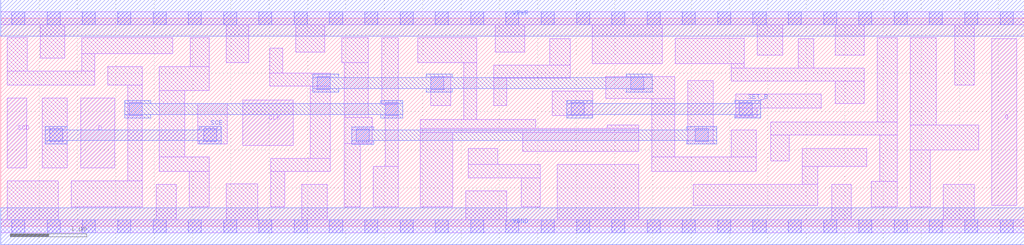
<source format=lef>
# Copyright 2020 The SkyWater PDK Authors
#
# Licensed under the Apache License, Version 2.0 (the "License");
# you may not use this file except in compliance with the License.
# You may obtain a copy of the License at
#
#     https://www.apache.org/licenses/LICENSE-2.0
#
# Unless required by applicable law or agreed to in writing, software
# distributed under the License is distributed on an "AS IS" BASIS,
# WITHOUT WARRANTIES OR CONDITIONS OF ANY KIND, either express or implied.
# See the License for the specific language governing permissions and
# limitations under the License.
#
# SPDX-License-Identifier: Apache-2.0

VERSION 5.7 ;
BUSBITCHARS "[]" ;
DIVIDERCHAR "/" ;
PROPERTYDEFINITIONS
  MACRO maskLayoutSubType STRING ;
  MACRO prCellType STRING ;
  MACRO originalViewName STRING ;
END PROPERTYDEFINITIONS
MACRO sky130_fd_sc_hdll__sdfstp_1
  ORIGIN  0.000000  0.000000 ;
  CLASS CORE ;
  SYMMETRY X Y R90 ;
  SIZE  13.34000 BY  2.720000 ;
  SITE unithd ;
  PIN CLK
    ANTENNAGATEAREA  0.178200 ;
    DIRECTION INPUT ;
    USE SIGNAL ;
    PORT
      LAYER li1 ;
        RECT 3.155000 1.055000 3.815000 1.650000 ;
    END
  END CLK
  PIN D
    ANTENNAGATEAREA  0.178200 ;
    DIRECTION INPUT ;
    USE SIGNAL ;
    PORT
      LAYER li1 ;
        RECT 1.040000 0.765000 1.485000 1.675000 ;
    END
  END D
  PIN Q
    ANTENNADIFFAREA  0.439000 ;
    DIRECTION OUTPUT ;
    USE SIGNAL ;
    PORT
      LAYER li1 ;
        RECT 12.915000 0.275000 13.240000 2.450000 ;
    END
  END Q
  PIN SCD
    ANTENNAGATEAREA  0.178200 ;
    DIRECTION INPUT ;
    USE SIGNAL ;
    PORT
      LAYER li1 ;
        RECT 0.085000 0.765000 0.340000 1.675000 ;
    END
  END SCD
  PIN SCE
    ANTENNAGATEAREA  0.467400 ;
    DIRECTION INPUT ;
    USE SIGNAL ;
    PORT
      LAYER met1 ;
        RECT 0.580000 1.075000 0.870000 1.120000 ;
        RECT 0.580000 1.120000 2.875000 1.260000 ;
        RECT 0.580000 1.260000 0.870000 1.305000 ;
        RECT 2.585000 1.075000 2.875000 1.120000 ;
        RECT 2.585000 1.260000 2.875000 1.305000 ;
    END
  END SCE
  PIN SET_B
    DIRECTION INPUT ;
    USE SIGNAL ;
    PORT
      LAYER met1 ;
        RECT 7.375000 1.415000 7.715000 1.460000 ;
        RECT 7.375000 1.460000 9.905000 1.600000 ;
        RECT 7.375000 1.600000 7.715000 1.645000 ;
        RECT 9.565000 1.415000 9.905000 1.460000 ;
        RECT 9.565000 1.600000 9.905000 1.645000 ;
    END
  END SET_B
  PIN VGND
    DIRECTION INOUT ;
    USE GROUND ;
    PORT
      LAYER met1 ;
        RECT 0.000000 -0.240000 13.340000 0.240000 ;
    END
  END VGND
  PIN VNB
    DIRECTION INOUT ;
    USE GROUND ;
    PORT
    END
  END VNB
  PIN VPB
    DIRECTION INOUT ;
    USE POWER ;
    PORT
    END
  END VPB
  PIN VPWR
    DIRECTION INOUT ;
    USE POWER ;
    PORT
      LAYER met1 ;
        RECT 0.000000 2.480000 13.340000 2.960000 ;
    END
  END VPWR
  OBS
    LAYER li1 ;
      RECT  0.000000 -0.085000 13.340000 0.085000 ;
      RECT  0.000000  2.635000 13.340000 2.805000 ;
      RECT  0.085000  0.085000  0.750000 0.595000 ;
      RECT  0.085000  1.845000  1.225000 2.025000 ;
      RECT  0.085000  2.025000  0.345000 2.465000 ;
      RECT  0.515000  2.195000  0.835000 2.635000 ;
      RECT  0.540000  0.765000  0.870000 1.675000 ;
      RECT  0.920000  0.255000  1.845000 0.595000 ;
      RECT  1.055000  2.025000  1.225000 2.255000 ;
      RECT  1.055000  2.255000  2.245000 2.465000 ;
      RECT  1.395000  1.845000  1.845000 2.085000 ;
      RECT  1.655000  0.595000  1.845000 1.845000 ;
      RECT  2.025000  0.085000  2.290000 0.545000 ;
      RECT  2.065000  0.715000  2.720000 0.905000 ;
      RECT  2.065000  0.905000  2.400000 1.770000 ;
      RECT  2.065000  1.770000  2.720000 2.085000 ;
      RECT  2.460000  0.255000  2.720000 0.715000 ;
      RECT  2.470000  2.085000  2.720000 2.465000 ;
      RECT  2.570000  1.075000  2.950000 1.600000 ;
      RECT  2.940000  0.085000  3.350000 0.555000 ;
      RECT  2.940000  2.140000  3.235000 2.635000 ;
      RECT  3.505000  1.830000  4.295000 2.000000 ;
      RECT  3.505000  2.000000  3.675000 2.325000 ;
      RECT  3.520000  0.255000  3.705000 0.715000 ;
      RECT  3.520000  0.715000  4.295000 0.885000 ;
      RECT  3.845000  2.275000  4.225000 2.635000 ;
      RECT  3.925000  0.085000  4.255000 0.545000 ;
      RECT  4.035000  0.885000  4.295000 1.830000 ;
      RECT  4.445000  2.135000  4.790000 2.465000 ;
      RECT  4.475000  0.255000  4.685000 1.085000 ;
      RECT  4.475000  1.085000  4.840000 1.420000 ;
      RECT  4.475000  1.420000  4.790000 2.135000 ;
      RECT  4.855000  0.255000  5.180000 0.780000 ;
      RECT  4.965000  1.590000  5.180000 2.465000 ;
      RECT  5.010000  0.780000  5.180000 1.590000 ;
      RECT  5.435000  2.135000  6.205000 2.465000 ;
      RECT  5.465000  0.255000  5.890000 1.225000 ;
      RECT  5.465000  1.225000  8.315000 1.275000 ;
      RECT  5.465000  1.275000  6.975000 1.395000 ;
      RECT  5.605000  1.575000  5.865000 1.955000 ;
      RECT  6.035000  1.395000  6.205000 2.135000 ;
      RECT  6.060000  0.085000  6.595000 0.465000 ;
      RECT  6.095000  0.635000  7.035000 0.805000 ;
      RECT  6.095000  0.805000  6.475000 1.015000 ;
      RECT  6.425000  1.575000  6.595000 1.935000 ;
      RECT  6.425000  1.935000  7.420000 2.105000 ;
      RECT  6.445000  2.275000  6.830000 2.635000 ;
      RECT  6.785000  0.255000  7.035000 0.635000 ;
      RECT  6.805000  0.975000  8.315000 1.225000 ;
      RECT  7.155000  2.105000  7.420000 2.450000 ;
      RECT  7.190000  1.445000  7.715000 1.765000 ;
      RECT  7.255000  0.085000  8.315000 0.805000 ;
      RECT  7.710000  2.125000  8.625000 2.635000 ;
      RECT  7.885000  1.670000  8.785000 1.955000 ;
      RECT  7.905000  1.275000  8.315000 1.325000 ;
      RECT  8.485000  0.720000  9.850000 0.905000 ;
      RECT  8.485000  0.905000  8.785000 1.670000 ;
      RECT  8.795000  2.125000  9.690000 2.460000 ;
      RECT  8.955000  1.075000  9.290000 1.905000 ;
      RECT  9.025000  0.275000 10.650000 0.545000 ;
      RECT  9.520000  0.905000  9.850000 1.255000 ;
      RECT  9.520000  1.895000 11.255000 2.065000 ;
      RECT  9.520000  2.065000  9.690000 2.125000 ;
      RECT  9.580000  1.425000  9.860000 1.545000 ;
      RECT  9.580000  1.545000 10.695000 1.725000 ;
      RECT  9.860000  2.235000 10.190000 2.635000 ;
      RECT 10.035000  0.855000 10.280000 1.195000 ;
      RECT 10.035000  1.195000 11.685000 1.365000 ;
      RECT 10.395000  2.065000 10.595000 2.450000 ;
      RECT 10.450000  0.545000 10.650000 0.785000 ;
      RECT 10.450000  0.785000 11.285000 1.015000 ;
      RECT 10.835000  0.085000 11.085000 0.545000 ;
      RECT 10.875000  1.605000 11.255000 1.895000 ;
      RECT 10.875000  2.235000 11.255000 2.635000 ;
      RECT 11.345000  0.255000 11.685000 0.585000 ;
      RECT 11.425000  1.365000 11.685000 2.465000 ;
      RECT 11.455000  0.585000 11.685000 1.195000 ;
      RECT 11.855000  0.255000 12.115000 0.995000 ;
      RECT 11.855000  0.995000 12.745000 1.325000 ;
      RECT 11.855000  1.325000 12.195000 2.465000 ;
      RECT 12.285000  0.085000 12.690000 0.550000 ;
      RECT 12.435000  1.845000 12.690000 2.635000 ;
    LAYER mcon ;
      RECT  0.145000 -0.085000  0.315000 0.085000 ;
      RECT  0.145000  2.635000  0.315000 2.805000 ;
      RECT  0.605000 -0.085000  0.775000 0.085000 ;
      RECT  0.605000  2.635000  0.775000 2.805000 ;
      RECT  0.640000  1.105000  0.810000 1.275000 ;
      RECT  1.065000 -0.085000  1.235000 0.085000 ;
      RECT  1.065000  2.635000  1.235000 2.805000 ;
      RECT  1.525000 -0.085000  1.695000 0.085000 ;
      RECT  1.525000  2.635000  1.695000 2.805000 ;
      RECT  1.675000  1.445000  1.845000 1.615000 ;
      RECT  1.985000 -0.085000  2.155000 0.085000 ;
      RECT  1.985000  2.635000  2.155000 2.805000 ;
      RECT  2.445000 -0.085000  2.615000 0.085000 ;
      RECT  2.445000  2.635000  2.615000 2.805000 ;
      RECT  2.645000  1.105000  2.815000 1.275000 ;
      RECT  2.905000 -0.085000  3.075000 0.085000 ;
      RECT  2.905000  2.635000  3.075000 2.805000 ;
      RECT  3.365000 -0.085000  3.535000 0.085000 ;
      RECT  3.365000  2.635000  3.535000 2.805000 ;
      RECT  3.825000 -0.085000  3.995000 0.085000 ;
      RECT  3.825000  2.635000  3.995000 2.805000 ;
      RECT  4.125000  1.785000  4.295000 1.955000 ;
      RECT  4.285000 -0.085000  4.455000 0.085000 ;
      RECT  4.285000  2.635000  4.455000 2.805000 ;
      RECT  4.635000  1.100000  4.805000 1.270000 ;
      RECT  4.745000 -0.085000  4.915000 0.085000 ;
      RECT  4.745000  2.635000  4.915000 2.805000 ;
      RECT  5.010000  1.445000  5.180000 1.615000 ;
      RECT  5.205000 -0.085000  5.375000 0.085000 ;
      RECT  5.205000  2.635000  5.375000 2.805000 ;
      RECT  5.605000  1.785000  5.775000 1.955000 ;
      RECT  5.665000 -0.085000  5.835000 0.085000 ;
      RECT  5.665000  2.635000  5.835000 2.805000 ;
      RECT  6.125000 -0.085000  6.295000 0.085000 ;
      RECT  6.125000  2.635000  6.295000 2.805000 ;
      RECT  6.585000 -0.085000  6.755000 0.085000 ;
      RECT  6.585000  2.635000  6.755000 2.805000 ;
      RECT  7.045000 -0.085000  7.215000 0.085000 ;
      RECT  7.045000  2.635000  7.215000 2.805000 ;
      RECT  7.435000  1.445000  7.605000 1.615000 ;
      RECT  7.505000 -0.085000  7.675000 0.085000 ;
      RECT  7.505000  2.635000  7.675000 2.805000 ;
      RECT  7.965000 -0.085000  8.135000 0.085000 ;
      RECT  7.965000  2.635000  8.135000 2.805000 ;
      RECT  8.210000  1.785000  8.380000 1.955000 ;
      RECT  8.425000 -0.085000  8.595000 0.085000 ;
      RECT  8.425000  2.635000  8.595000 2.805000 ;
      RECT  8.885000 -0.085000  9.055000 0.085000 ;
      RECT  8.885000  2.635000  9.055000 2.805000 ;
      RECT  9.050000  1.105000  9.220000 1.275000 ;
      RECT  9.345000 -0.085000  9.515000 0.085000 ;
      RECT  9.345000  2.635000  9.515000 2.805000 ;
      RECT  9.625000  1.445000  9.795000 1.615000 ;
      RECT  9.805000 -0.085000  9.975000 0.085000 ;
      RECT  9.805000  2.635000  9.975000 2.805000 ;
      RECT 10.265000 -0.085000 10.435000 0.085000 ;
      RECT 10.265000  2.635000 10.435000 2.805000 ;
      RECT 10.725000 -0.085000 10.895000 0.085000 ;
      RECT 10.725000  2.635000 10.895000 2.805000 ;
      RECT 11.185000 -0.085000 11.355000 0.085000 ;
      RECT 11.185000  2.635000 11.355000 2.805000 ;
      RECT 11.645000 -0.085000 11.815000 0.085000 ;
      RECT 11.645000  2.635000 11.815000 2.805000 ;
      RECT 12.105000 -0.085000 12.275000 0.085000 ;
      RECT 12.105000  2.635000 12.275000 2.805000 ;
      RECT 12.565000 -0.085000 12.735000 0.085000 ;
      RECT 12.565000  2.635000 12.735000 2.805000 ;
      RECT 13.025000 -0.085000 13.195000 0.085000 ;
      RECT 13.025000  2.635000 13.195000 2.805000 ;
    LAYER met1 ;
      RECT 1.615000 1.415000 1.955000 1.460000 ;
      RECT 1.615000 1.460000 5.240000 1.600000 ;
      RECT 1.615000 1.600000 1.955000 1.645000 ;
      RECT 4.065000 1.755000 4.405000 1.800000 ;
      RECT 4.065000 1.800000 8.490000 1.940000 ;
      RECT 4.065000 1.940000 4.405000 1.985000 ;
      RECT 4.575000 1.070000 4.865000 1.120000 ;
      RECT 4.575000 1.120000 9.330000 1.260000 ;
      RECT 4.575000 1.260000 4.865000 1.300000 ;
      RECT 4.950000 1.415000 5.240000 1.460000 ;
      RECT 4.950000 1.600000 5.240000 1.645000 ;
      RECT 5.545000 1.755000 5.885000 1.800000 ;
      RECT 5.545000 1.940000 5.885000 1.985000 ;
      RECT 8.150000 1.755000 8.490000 1.800000 ;
      RECT 8.150000 1.940000 8.490000 1.985000 ;
      RECT 8.940000 1.075000 9.330000 1.120000 ;
      RECT 8.940000 1.260000 9.330000 1.305000 ;
  END
  PROPERTY maskLayoutSubType "abstract" ;
  PROPERTY prCellType "standard" ;
  PROPERTY originalViewName "layout" ;
END sky130_fd_sc_hdll__sdfstp_1
END LIBRARY

</source>
